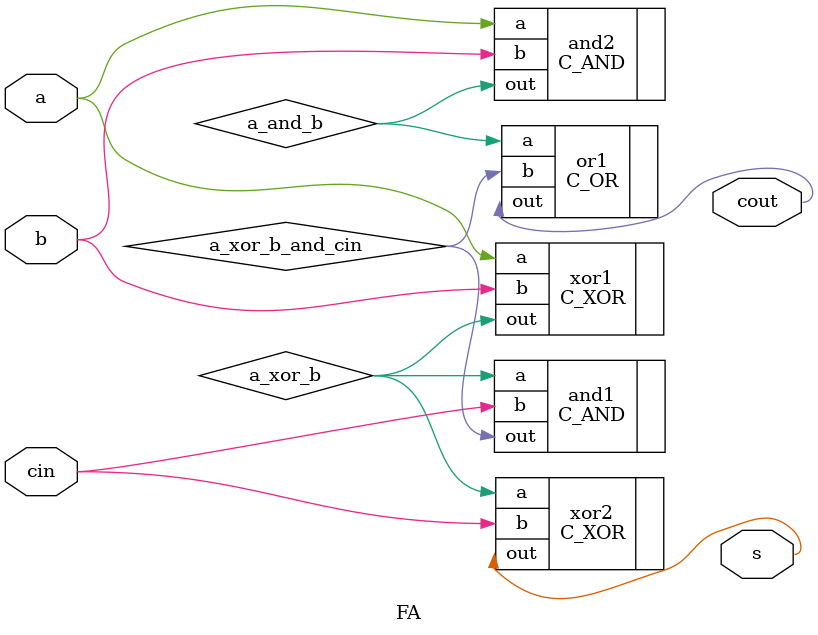
<source format=v>
module FA(a, b, cin, s, cout);

    input wire[0:0] a, b, cin;
    output wire[0:0] s, cout;

    wire[0:0] a_xor_b;
    C_XOR xor1(.a(a), .b(b), .out(a_xor_b));
    C_XOR xor2(.a(a_xor_b), .b(cin), .out(s));

    wire[0:0] a_xor_b_and_cin, a_and_b;
    C_AND and1(.a(a_xor_b), .b(cin), .out(a_xor_b_and_cin));
    C_AND and2(.a(a), .b(b), .out(a_and_b));

    C_OR or1(.a(a_and_b), .b(a_xor_b_and_cin), .out(cout));

endmodule

</source>
